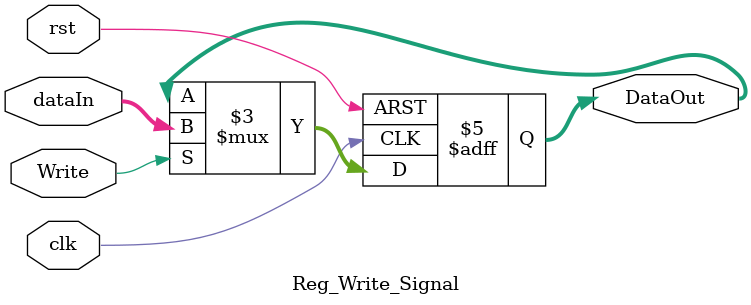
<source format=sv>
module Reg_Write_Signal(input clk, rst, input Write, input [31:0] dataIn, output reg [31:0] DataOut);
	always@(posedge clk, posedge rst) begin
		if(rst)
			DataOut <= 32'b0;
		else
			if(Write)
				DataOut <= dataIn;
			else
				DataOut <= DataOut;
	end
endmodule
</source>
